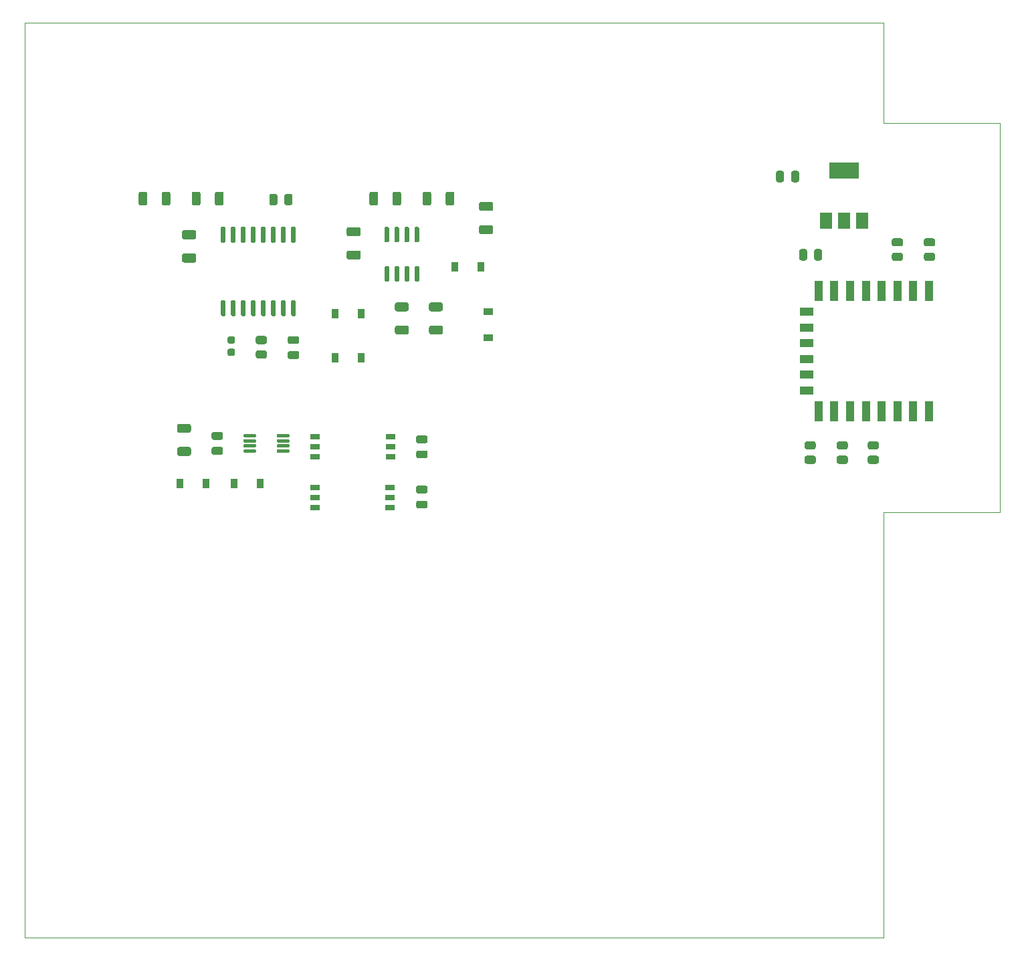
<source format=gbr>
%TF.GenerationSoftware,KiCad,Pcbnew,(5.1.7)-1*%
%TF.CreationDate,2020-12-23T12:42:28-08:00*%
%TF.ProjectId,Sine_Dimmer,53696e65-5f44-4696-9d6d-65722e6b6963,1.0*%
%TF.SameCoordinates,PX544c140PY8fe2f60*%
%TF.FileFunction,Paste,Top*%
%TF.FilePolarity,Positive*%
%FSLAX46Y46*%
G04 Gerber Fmt 4.6, Leading zero omitted, Abs format (unit mm)*
G04 Created by KiCad (PCBNEW (5.1.7)-1) date 2020-12-23 12:42:28*
%MOMM*%
%LPD*%
G01*
G04 APERTURE LIST*
%TA.AperFunction,Profile*%
%ADD10C,0.050000*%
%TD*%
%ADD11R,0.900000X1.200000*%
%ADD12R,1.200000X0.900000*%
%ADD13R,1.500000X2.000000*%
%ADD14R,3.800000X2.000000*%
%ADD15R,1.000000X2.500000*%
%ADD16R,1.800000X1.000000*%
%ADD17R,1.300000X0.800000*%
G04 APERTURE END LIST*
D10*
X0Y0D02*
X0Y115824000D01*
X108712000Y0D02*
X0Y0D01*
X108712000Y53848000D02*
X108712000Y0D01*
X108712000Y115824000D02*
X108712000Y103124000D01*
X0Y115824000D02*
X108712000Y115824000D01*
X123444000Y53848000D02*
X108712000Y53848000D01*
X123444000Y103124000D02*
X123444000Y53848000D01*
X108712000Y103124000D02*
X123444000Y103124000D01*
D11*
%TO.C,D6*%
X39276000Y73406000D03*
X42576000Y73406000D03*
%TD*%
D12*
%TO.C,D5*%
X58674000Y75979000D03*
X58674000Y79279000D03*
%TD*%
D11*
%TO.C,D4*%
X57752000Y84963000D03*
X54452000Y84963000D03*
%TD*%
%TO.C,D3*%
X39276000Y78994000D03*
X42576000Y78994000D03*
%TD*%
D13*
%TO.C,VR1*%
X101459000Y90830000D03*
X106059000Y90830000D03*
X103759000Y90830000D03*
D14*
X103759000Y97130000D03*
%TD*%
D15*
%TO.C,U6*%
X114498000Y66695000D03*
X112498000Y66695000D03*
X110498000Y66695000D03*
X108498000Y66695000D03*
X106498000Y66695000D03*
X104498000Y66695000D03*
X102498000Y66695000D03*
X100498000Y66695000D03*
D16*
X98998000Y69295000D03*
X98998000Y71295000D03*
X98998000Y73295000D03*
X98998000Y75295000D03*
X98998000Y77295000D03*
X98998000Y79295000D03*
D15*
X100498000Y81895000D03*
X102498000Y81895000D03*
X104498000Y81895000D03*
X106498000Y81895000D03*
X108498000Y81895000D03*
X110498000Y81895000D03*
X112498000Y81895000D03*
X114498000Y81895000D03*
%TD*%
%TO.C,U5*%
G36*
G01*
X25296000Y88002000D02*
X24996000Y88002000D01*
G75*
G02*
X24846000Y88152000I0J150000D01*
G01*
X24846000Y89902000D01*
G75*
G02*
X24996000Y90052000I150000J0D01*
G01*
X25296000Y90052000D01*
G75*
G02*
X25446000Y89902000I0J-150000D01*
G01*
X25446000Y88152000D01*
G75*
G02*
X25296000Y88002000I-150000J0D01*
G01*
G37*
G36*
G01*
X26566000Y88002000D02*
X26266000Y88002000D01*
G75*
G02*
X26116000Y88152000I0J150000D01*
G01*
X26116000Y89902000D01*
G75*
G02*
X26266000Y90052000I150000J0D01*
G01*
X26566000Y90052000D01*
G75*
G02*
X26716000Y89902000I0J-150000D01*
G01*
X26716000Y88152000D01*
G75*
G02*
X26566000Y88002000I-150000J0D01*
G01*
G37*
G36*
G01*
X27836000Y88002000D02*
X27536000Y88002000D01*
G75*
G02*
X27386000Y88152000I0J150000D01*
G01*
X27386000Y89902000D01*
G75*
G02*
X27536000Y90052000I150000J0D01*
G01*
X27836000Y90052000D01*
G75*
G02*
X27986000Y89902000I0J-150000D01*
G01*
X27986000Y88152000D01*
G75*
G02*
X27836000Y88002000I-150000J0D01*
G01*
G37*
G36*
G01*
X29106000Y88002000D02*
X28806000Y88002000D01*
G75*
G02*
X28656000Y88152000I0J150000D01*
G01*
X28656000Y89902000D01*
G75*
G02*
X28806000Y90052000I150000J0D01*
G01*
X29106000Y90052000D01*
G75*
G02*
X29256000Y89902000I0J-150000D01*
G01*
X29256000Y88152000D01*
G75*
G02*
X29106000Y88002000I-150000J0D01*
G01*
G37*
G36*
G01*
X30376000Y88002000D02*
X30076000Y88002000D01*
G75*
G02*
X29926000Y88152000I0J150000D01*
G01*
X29926000Y89902000D01*
G75*
G02*
X30076000Y90052000I150000J0D01*
G01*
X30376000Y90052000D01*
G75*
G02*
X30526000Y89902000I0J-150000D01*
G01*
X30526000Y88152000D01*
G75*
G02*
X30376000Y88002000I-150000J0D01*
G01*
G37*
G36*
G01*
X31646000Y88002000D02*
X31346000Y88002000D01*
G75*
G02*
X31196000Y88152000I0J150000D01*
G01*
X31196000Y89902000D01*
G75*
G02*
X31346000Y90052000I150000J0D01*
G01*
X31646000Y90052000D01*
G75*
G02*
X31796000Y89902000I0J-150000D01*
G01*
X31796000Y88152000D01*
G75*
G02*
X31646000Y88002000I-150000J0D01*
G01*
G37*
G36*
G01*
X32916000Y88002000D02*
X32616000Y88002000D01*
G75*
G02*
X32466000Y88152000I0J150000D01*
G01*
X32466000Y89902000D01*
G75*
G02*
X32616000Y90052000I150000J0D01*
G01*
X32916000Y90052000D01*
G75*
G02*
X33066000Y89902000I0J-150000D01*
G01*
X33066000Y88152000D01*
G75*
G02*
X32916000Y88002000I-150000J0D01*
G01*
G37*
G36*
G01*
X34186000Y88002000D02*
X33886000Y88002000D01*
G75*
G02*
X33736000Y88152000I0J150000D01*
G01*
X33736000Y89902000D01*
G75*
G02*
X33886000Y90052000I150000J0D01*
G01*
X34186000Y90052000D01*
G75*
G02*
X34336000Y89902000I0J-150000D01*
G01*
X34336000Y88152000D01*
G75*
G02*
X34186000Y88002000I-150000J0D01*
G01*
G37*
G36*
G01*
X34186000Y78702000D02*
X33886000Y78702000D01*
G75*
G02*
X33736000Y78852000I0J150000D01*
G01*
X33736000Y80602000D01*
G75*
G02*
X33886000Y80752000I150000J0D01*
G01*
X34186000Y80752000D01*
G75*
G02*
X34336000Y80602000I0J-150000D01*
G01*
X34336000Y78852000D01*
G75*
G02*
X34186000Y78702000I-150000J0D01*
G01*
G37*
G36*
G01*
X32916000Y78702000D02*
X32616000Y78702000D01*
G75*
G02*
X32466000Y78852000I0J150000D01*
G01*
X32466000Y80602000D01*
G75*
G02*
X32616000Y80752000I150000J0D01*
G01*
X32916000Y80752000D01*
G75*
G02*
X33066000Y80602000I0J-150000D01*
G01*
X33066000Y78852000D01*
G75*
G02*
X32916000Y78702000I-150000J0D01*
G01*
G37*
G36*
G01*
X31646000Y78702000D02*
X31346000Y78702000D01*
G75*
G02*
X31196000Y78852000I0J150000D01*
G01*
X31196000Y80602000D01*
G75*
G02*
X31346000Y80752000I150000J0D01*
G01*
X31646000Y80752000D01*
G75*
G02*
X31796000Y80602000I0J-150000D01*
G01*
X31796000Y78852000D01*
G75*
G02*
X31646000Y78702000I-150000J0D01*
G01*
G37*
G36*
G01*
X30376000Y78702000D02*
X30076000Y78702000D01*
G75*
G02*
X29926000Y78852000I0J150000D01*
G01*
X29926000Y80602000D01*
G75*
G02*
X30076000Y80752000I150000J0D01*
G01*
X30376000Y80752000D01*
G75*
G02*
X30526000Y80602000I0J-150000D01*
G01*
X30526000Y78852000D01*
G75*
G02*
X30376000Y78702000I-150000J0D01*
G01*
G37*
G36*
G01*
X29106000Y78702000D02*
X28806000Y78702000D01*
G75*
G02*
X28656000Y78852000I0J150000D01*
G01*
X28656000Y80602000D01*
G75*
G02*
X28806000Y80752000I150000J0D01*
G01*
X29106000Y80752000D01*
G75*
G02*
X29256000Y80602000I0J-150000D01*
G01*
X29256000Y78852000D01*
G75*
G02*
X29106000Y78702000I-150000J0D01*
G01*
G37*
G36*
G01*
X27836000Y78702000D02*
X27536000Y78702000D01*
G75*
G02*
X27386000Y78852000I0J150000D01*
G01*
X27386000Y80602000D01*
G75*
G02*
X27536000Y80752000I150000J0D01*
G01*
X27836000Y80752000D01*
G75*
G02*
X27986000Y80602000I0J-150000D01*
G01*
X27986000Y78852000D01*
G75*
G02*
X27836000Y78702000I-150000J0D01*
G01*
G37*
G36*
G01*
X26566000Y78702000D02*
X26266000Y78702000D01*
G75*
G02*
X26116000Y78852000I0J150000D01*
G01*
X26116000Y80602000D01*
G75*
G02*
X26266000Y80752000I150000J0D01*
G01*
X26566000Y80752000D01*
G75*
G02*
X26716000Y80602000I0J-150000D01*
G01*
X26716000Y78852000D01*
G75*
G02*
X26566000Y78702000I-150000J0D01*
G01*
G37*
G36*
G01*
X25296000Y78702000D02*
X24996000Y78702000D01*
G75*
G02*
X24846000Y78852000I0J150000D01*
G01*
X24846000Y80602000D01*
G75*
G02*
X24996000Y80752000I150000J0D01*
G01*
X25296000Y80752000D01*
G75*
G02*
X25446000Y80602000I0J-150000D01*
G01*
X25446000Y78852000D01*
G75*
G02*
X25296000Y78702000I-150000J0D01*
G01*
G37*
%TD*%
%TO.C,U4*%
G36*
G01*
X45997000Y88052000D02*
X45697000Y88052000D01*
G75*
G02*
X45547000Y88202000I0J150000D01*
G01*
X45547000Y89852000D01*
G75*
G02*
X45697000Y90002000I150000J0D01*
G01*
X45997000Y90002000D01*
G75*
G02*
X46147000Y89852000I0J-150000D01*
G01*
X46147000Y88202000D01*
G75*
G02*
X45997000Y88052000I-150000J0D01*
G01*
G37*
G36*
G01*
X47267000Y88052000D02*
X46967000Y88052000D01*
G75*
G02*
X46817000Y88202000I0J150000D01*
G01*
X46817000Y89852000D01*
G75*
G02*
X46967000Y90002000I150000J0D01*
G01*
X47267000Y90002000D01*
G75*
G02*
X47417000Y89852000I0J-150000D01*
G01*
X47417000Y88202000D01*
G75*
G02*
X47267000Y88052000I-150000J0D01*
G01*
G37*
G36*
G01*
X48537000Y88052000D02*
X48237000Y88052000D01*
G75*
G02*
X48087000Y88202000I0J150000D01*
G01*
X48087000Y89852000D01*
G75*
G02*
X48237000Y90002000I150000J0D01*
G01*
X48537000Y90002000D01*
G75*
G02*
X48687000Y89852000I0J-150000D01*
G01*
X48687000Y88202000D01*
G75*
G02*
X48537000Y88052000I-150000J0D01*
G01*
G37*
G36*
G01*
X49807000Y88052000D02*
X49507000Y88052000D01*
G75*
G02*
X49357000Y88202000I0J150000D01*
G01*
X49357000Y89852000D01*
G75*
G02*
X49507000Y90002000I150000J0D01*
G01*
X49807000Y90002000D01*
G75*
G02*
X49957000Y89852000I0J-150000D01*
G01*
X49957000Y88202000D01*
G75*
G02*
X49807000Y88052000I-150000J0D01*
G01*
G37*
G36*
G01*
X49807000Y83102000D02*
X49507000Y83102000D01*
G75*
G02*
X49357000Y83252000I0J150000D01*
G01*
X49357000Y84902000D01*
G75*
G02*
X49507000Y85052000I150000J0D01*
G01*
X49807000Y85052000D01*
G75*
G02*
X49957000Y84902000I0J-150000D01*
G01*
X49957000Y83252000D01*
G75*
G02*
X49807000Y83102000I-150000J0D01*
G01*
G37*
G36*
G01*
X48537000Y83102000D02*
X48237000Y83102000D01*
G75*
G02*
X48087000Y83252000I0J150000D01*
G01*
X48087000Y84902000D01*
G75*
G02*
X48237000Y85052000I150000J0D01*
G01*
X48537000Y85052000D01*
G75*
G02*
X48687000Y84902000I0J-150000D01*
G01*
X48687000Y83252000D01*
G75*
G02*
X48537000Y83102000I-150000J0D01*
G01*
G37*
G36*
G01*
X47267000Y83102000D02*
X46967000Y83102000D01*
G75*
G02*
X46817000Y83252000I0J150000D01*
G01*
X46817000Y84902000D01*
G75*
G02*
X46967000Y85052000I150000J0D01*
G01*
X47267000Y85052000D01*
G75*
G02*
X47417000Y84902000I0J-150000D01*
G01*
X47417000Y83252000D01*
G75*
G02*
X47267000Y83102000I-150000J0D01*
G01*
G37*
G36*
G01*
X45997000Y83102000D02*
X45697000Y83102000D01*
G75*
G02*
X45547000Y83252000I0J150000D01*
G01*
X45547000Y84902000D01*
G75*
G02*
X45697000Y85052000I150000J0D01*
G01*
X45997000Y85052000D01*
G75*
G02*
X46147000Y84902000I0J-150000D01*
G01*
X46147000Y83252000D01*
G75*
G02*
X45997000Y83102000I-150000J0D01*
G01*
G37*
%TD*%
D17*
%TO.C,U3*%
X46279000Y57023000D03*
X46279000Y55753000D03*
X46279000Y54483000D03*
X36779000Y54483000D03*
X36779000Y55753000D03*
X36779000Y57023000D03*
%TD*%
%TO.C,U2*%
X46305000Y63416000D03*
X46305000Y62146000D03*
X46305000Y60876000D03*
X36805000Y60876000D03*
X36805000Y62146000D03*
X36805000Y63416000D03*
%TD*%
%TO.C,U1*%
G36*
G01*
X31907000Y63486000D02*
X31907000Y63686000D01*
G75*
G02*
X32007000Y63786000I100000J0D01*
G01*
X33432000Y63786000D01*
G75*
G02*
X33532000Y63686000I0J-100000D01*
G01*
X33532000Y63486000D01*
G75*
G02*
X33432000Y63386000I-100000J0D01*
G01*
X32007000Y63386000D01*
G75*
G02*
X31907000Y63486000I0J100000D01*
G01*
G37*
G36*
G01*
X31907000Y62836000D02*
X31907000Y63036000D01*
G75*
G02*
X32007000Y63136000I100000J0D01*
G01*
X33432000Y63136000D01*
G75*
G02*
X33532000Y63036000I0J-100000D01*
G01*
X33532000Y62836000D01*
G75*
G02*
X33432000Y62736000I-100000J0D01*
G01*
X32007000Y62736000D01*
G75*
G02*
X31907000Y62836000I0J100000D01*
G01*
G37*
G36*
G01*
X31907000Y62186000D02*
X31907000Y62386000D01*
G75*
G02*
X32007000Y62486000I100000J0D01*
G01*
X33432000Y62486000D01*
G75*
G02*
X33532000Y62386000I0J-100000D01*
G01*
X33532000Y62186000D01*
G75*
G02*
X33432000Y62086000I-100000J0D01*
G01*
X32007000Y62086000D01*
G75*
G02*
X31907000Y62186000I0J100000D01*
G01*
G37*
G36*
G01*
X31907000Y61536000D02*
X31907000Y61736000D01*
G75*
G02*
X32007000Y61836000I100000J0D01*
G01*
X33432000Y61836000D01*
G75*
G02*
X33532000Y61736000I0J-100000D01*
G01*
X33532000Y61536000D01*
G75*
G02*
X33432000Y61436000I-100000J0D01*
G01*
X32007000Y61436000D01*
G75*
G02*
X31907000Y61536000I0J100000D01*
G01*
G37*
G36*
G01*
X27682000Y61536000D02*
X27682000Y61736000D01*
G75*
G02*
X27782000Y61836000I100000J0D01*
G01*
X29207000Y61836000D01*
G75*
G02*
X29307000Y61736000I0J-100000D01*
G01*
X29307000Y61536000D01*
G75*
G02*
X29207000Y61436000I-100000J0D01*
G01*
X27782000Y61436000D01*
G75*
G02*
X27682000Y61536000I0J100000D01*
G01*
G37*
G36*
G01*
X27682000Y62186000D02*
X27682000Y62386000D01*
G75*
G02*
X27782000Y62486000I100000J0D01*
G01*
X29207000Y62486000D01*
G75*
G02*
X29307000Y62386000I0J-100000D01*
G01*
X29307000Y62186000D01*
G75*
G02*
X29207000Y62086000I-100000J0D01*
G01*
X27782000Y62086000D01*
G75*
G02*
X27682000Y62186000I0J100000D01*
G01*
G37*
G36*
G01*
X27682000Y62836000D02*
X27682000Y63036000D01*
G75*
G02*
X27782000Y63136000I100000J0D01*
G01*
X29207000Y63136000D01*
G75*
G02*
X29307000Y63036000I0J-100000D01*
G01*
X29307000Y62836000D01*
G75*
G02*
X29207000Y62736000I-100000J0D01*
G01*
X27782000Y62736000D01*
G75*
G02*
X27682000Y62836000I0J100000D01*
G01*
G37*
G36*
G01*
X27682000Y63486000D02*
X27682000Y63686000D01*
G75*
G02*
X27782000Y63786000I100000J0D01*
G01*
X29207000Y63786000D01*
G75*
G02*
X29307000Y63686000I0J-100000D01*
G01*
X29307000Y63486000D01*
G75*
G02*
X29207000Y63386000I-100000J0D01*
G01*
X27782000Y63386000D01*
G75*
G02*
X27682000Y63486000I0J100000D01*
G01*
G37*
%TD*%
%TO.C,R13*%
G36*
G01*
X99891001Y61844500D02*
X98990999Y61844500D01*
G75*
G02*
X98741000Y62094499I0J249999D01*
G01*
X98741000Y62619501D01*
G75*
G02*
X98990999Y62869500I249999J0D01*
G01*
X99891001Y62869500D01*
G75*
G02*
X100141000Y62619501I0J-249999D01*
G01*
X100141000Y62094499D01*
G75*
G02*
X99891001Y61844500I-249999J0D01*
G01*
G37*
G36*
G01*
X99891001Y60019500D02*
X98990999Y60019500D01*
G75*
G02*
X98741000Y60269499I0J249999D01*
G01*
X98741000Y60794501D01*
G75*
G02*
X98990999Y61044500I249999J0D01*
G01*
X99891001Y61044500D01*
G75*
G02*
X100141000Y60794501I0J-249999D01*
G01*
X100141000Y60269499D01*
G75*
G02*
X99891001Y60019500I-249999J0D01*
G01*
G37*
%TD*%
%TO.C,R12*%
G36*
G01*
X103955001Y61844500D02*
X103054999Y61844500D01*
G75*
G02*
X102805000Y62094499I0J249999D01*
G01*
X102805000Y62619501D01*
G75*
G02*
X103054999Y62869500I249999J0D01*
G01*
X103955001Y62869500D01*
G75*
G02*
X104205000Y62619501I0J-249999D01*
G01*
X104205000Y62094499D01*
G75*
G02*
X103955001Y61844500I-249999J0D01*
G01*
G37*
G36*
G01*
X103955001Y60019500D02*
X103054999Y60019500D01*
G75*
G02*
X102805000Y60269499I0J249999D01*
G01*
X102805000Y60794501D01*
G75*
G02*
X103054999Y61044500I249999J0D01*
G01*
X103955001Y61044500D01*
G75*
G02*
X104205000Y60794501I0J-249999D01*
G01*
X104205000Y60269499D01*
G75*
G02*
X103955001Y60019500I-249999J0D01*
G01*
G37*
%TD*%
%TO.C,R11*%
G36*
G01*
X107892001Y61844500D02*
X106991999Y61844500D01*
G75*
G02*
X106742000Y62094499I0J249999D01*
G01*
X106742000Y62619501D01*
G75*
G02*
X106991999Y62869500I249999J0D01*
G01*
X107892001Y62869500D01*
G75*
G02*
X108142000Y62619501I0J-249999D01*
G01*
X108142000Y62094499D01*
G75*
G02*
X107892001Y61844500I-249999J0D01*
G01*
G37*
G36*
G01*
X107892001Y60019500D02*
X106991999Y60019500D01*
G75*
G02*
X106742000Y60269499I0J249999D01*
G01*
X106742000Y60794501D01*
G75*
G02*
X106991999Y61044500I249999J0D01*
G01*
X107892001Y61044500D01*
G75*
G02*
X108142000Y60794501I0J-249999D01*
G01*
X108142000Y60269499D01*
G75*
G02*
X107892001Y60019500I-249999J0D01*
G01*
G37*
%TD*%
%TO.C,R10*%
G36*
G01*
X110940001Y87545500D02*
X110039999Y87545500D01*
G75*
G02*
X109790000Y87795499I0J249999D01*
G01*
X109790000Y88320501D01*
G75*
G02*
X110039999Y88570500I249999J0D01*
G01*
X110940001Y88570500D01*
G75*
G02*
X111190000Y88320501I0J-249999D01*
G01*
X111190000Y87795499D01*
G75*
G02*
X110940001Y87545500I-249999J0D01*
G01*
G37*
G36*
G01*
X110940001Y85720500D02*
X110039999Y85720500D01*
G75*
G02*
X109790000Y85970499I0J249999D01*
G01*
X109790000Y86495501D01*
G75*
G02*
X110039999Y86745500I249999J0D01*
G01*
X110940001Y86745500D01*
G75*
G02*
X111190000Y86495501I0J-249999D01*
G01*
X111190000Y85970499D01*
G75*
G02*
X110940001Y85720500I-249999J0D01*
G01*
G37*
%TD*%
%TO.C,R9*%
G36*
G01*
X115004001Y87545500D02*
X114103999Y87545500D01*
G75*
G02*
X113854000Y87795499I0J249999D01*
G01*
X113854000Y88320501D01*
G75*
G02*
X114103999Y88570500I249999J0D01*
G01*
X115004001Y88570500D01*
G75*
G02*
X115254000Y88320501I0J-249999D01*
G01*
X115254000Y87795499D01*
G75*
G02*
X115004001Y87545500I-249999J0D01*
G01*
G37*
G36*
G01*
X115004001Y85720500D02*
X114103999Y85720500D01*
G75*
G02*
X113854000Y85970499I0J249999D01*
G01*
X113854000Y86495501D01*
G75*
G02*
X114103999Y86745500I249999J0D01*
G01*
X115004001Y86745500D01*
G75*
G02*
X115254000Y86495501I0J-249999D01*
G01*
X115254000Y85970499D01*
G75*
G02*
X115004001Y85720500I-249999J0D01*
G01*
G37*
%TD*%
%TO.C,R8*%
G36*
G01*
X51489500Y94224001D02*
X51489500Y92973999D01*
G75*
G02*
X51239501Y92724000I-249999J0D01*
G01*
X50614499Y92724000D01*
G75*
G02*
X50364500Y92973999I0J249999D01*
G01*
X50364500Y94224001D01*
G75*
G02*
X50614499Y94474000I249999J0D01*
G01*
X51239501Y94474000D01*
G75*
G02*
X51489500Y94224001I0J-249999D01*
G01*
G37*
G36*
G01*
X54414500Y94224001D02*
X54414500Y92973999D01*
G75*
G02*
X54164501Y92724000I-249999J0D01*
G01*
X53539499Y92724000D01*
G75*
G02*
X53289500Y92973999I0J249999D01*
G01*
X53289500Y94224001D01*
G75*
G02*
X53539499Y94474000I249999J0D01*
G01*
X54164501Y94474000D01*
G75*
G02*
X54414500Y94224001I0J-249999D01*
G01*
G37*
%TD*%
%TO.C,R7*%
G36*
G01*
X46558500Y92973999D02*
X46558500Y94224001D01*
G75*
G02*
X46808499Y94474000I249999J0D01*
G01*
X47433501Y94474000D01*
G75*
G02*
X47683500Y94224001I0J-249999D01*
G01*
X47683500Y92973999D01*
G75*
G02*
X47433501Y92724000I-249999J0D01*
G01*
X46808499Y92724000D01*
G75*
G02*
X46558500Y92973999I0J249999D01*
G01*
G37*
G36*
G01*
X43633500Y92973999D02*
X43633500Y94224001D01*
G75*
G02*
X43883499Y94474000I249999J0D01*
G01*
X44508501Y94474000D01*
G75*
G02*
X44758500Y94224001I0J-249999D01*
G01*
X44758500Y92973999D01*
G75*
G02*
X44508501Y92724000I-249999J0D01*
G01*
X43883499Y92724000D01*
G75*
G02*
X43633500Y92973999I0J249999D01*
G01*
G37*
%TD*%
%TO.C,R6*%
G36*
G01*
X22275500Y94224001D02*
X22275500Y92973999D01*
G75*
G02*
X22025501Y92724000I-249999J0D01*
G01*
X21400499Y92724000D01*
G75*
G02*
X21150500Y92973999I0J249999D01*
G01*
X21150500Y94224001D01*
G75*
G02*
X21400499Y94474000I249999J0D01*
G01*
X22025501Y94474000D01*
G75*
G02*
X22275500Y94224001I0J-249999D01*
G01*
G37*
G36*
G01*
X25200500Y94224001D02*
X25200500Y92973999D01*
G75*
G02*
X24950501Y92724000I-249999J0D01*
G01*
X24325499Y92724000D01*
G75*
G02*
X24075500Y92973999I0J249999D01*
G01*
X24075500Y94224001D01*
G75*
G02*
X24325499Y94474000I249999J0D01*
G01*
X24950501Y94474000D01*
G75*
G02*
X25200500Y94224001I0J-249999D01*
G01*
G37*
%TD*%
%TO.C,R5*%
G36*
G01*
X17344500Y92973999D02*
X17344500Y94224001D01*
G75*
G02*
X17594499Y94474000I249999J0D01*
G01*
X18219501Y94474000D01*
G75*
G02*
X18469500Y94224001I0J-249999D01*
G01*
X18469500Y92973999D01*
G75*
G02*
X18219501Y92724000I-249999J0D01*
G01*
X17594499Y92724000D01*
G75*
G02*
X17344500Y92973999I0J249999D01*
G01*
G37*
G36*
G01*
X14419500Y92973999D02*
X14419500Y94224001D01*
G75*
G02*
X14669499Y94474000I249999J0D01*
G01*
X15294501Y94474000D01*
G75*
G02*
X15544500Y94224001I0J-249999D01*
G01*
X15544500Y92973999D01*
G75*
G02*
X15294501Y92724000I-249999J0D01*
G01*
X14669499Y92724000D01*
G75*
G02*
X14419500Y92973999I0J249999D01*
G01*
G37*
%TD*%
%TO.C,R4*%
G36*
G01*
X51444999Y77520500D02*
X52695001Y77520500D01*
G75*
G02*
X52945000Y77270501I0J-249999D01*
G01*
X52945000Y76645499D01*
G75*
G02*
X52695001Y76395500I-249999J0D01*
G01*
X51444999Y76395500D01*
G75*
G02*
X51195000Y76645499I0J249999D01*
G01*
X51195000Y77270501D01*
G75*
G02*
X51444999Y77520500I249999J0D01*
G01*
G37*
G36*
G01*
X51444999Y80445500D02*
X52695001Y80445500D01*
G75*
G02*
X52945000Y80195501I0J-249999D01*
G01*
X52945000Y79570499D01*
G75*
G02*
X52695001Y79320500I-249999J0D01*
G01*
X51444999Y79320500D01*
G75*
G02*
X51195000Y79570499I0J249999D01*
G01*
X51195000Y80195501D01*
G75*
G02*
X51444999Y80445500I249999J0D01*
G01*
G37*
%TD*%
%TO.C,R3*%
G36*
G01*
X47126999Y77520500D02*
X48377001Y77520500D01*
G75*
G02*
X48627000Y77270501I0J-249999D01*
G01*
X48627000Y76645499D01*
G75*
G02*
X48377001Y76395500I-249999J0D01*
G01*
X47126999Y76395500D01*
G75*
G02*
X46877000Y76645499I0J249999D01*
G01*
X46877000Y77270501D01*
G75*
G02*
X47126999Y77520500I249999J0D01*
G01*
G37*
G36*
G01*
X47126999Y80445500D02*
X48377001Y80445500D01*
G75*
G02*
X48627000Y80195501I0J-249999D01*
G01*
X48627000Y79570499D01*
G75*
G02*
X48377001Y79320500I-249999J0D01*
G01*
X47126999Y79320500D01*
G75*
G02*
X46877000Y79570499I0J249999D01*
G01*
X46877000Y80195501D01*
G75*
G02*
X47126999Y80445500I249999J0D01*
G01*
G37*
%TD*%
%TO.C,R2*%
G36*
G01*
X29521999Y74379500D02*
X30422001Y74379500D01*
G75*
G02*
X30672000Y74129501I0J-249999D01*
G01*
X30672000Y73604499D01*
G75*
G02*
X30422001Y73354500I-249999J0D01*
G01*
X29521999Y73354500D01*
G75*
G02*
X29272000Y73604499I0J249999D01*
G01*
X29272000Y74129501D01*
G75*
G02*
X29521999Y74379500I249999J0D01*
G01*
G37*
G36*
G01*
X29521999Y76204500D02*
X30422001Y76204500D01*
G75*
G02*
X30672000Y75954501I0J-249999D01*
G01*
X30672000Y75429499D01*
G75*
G02*
X30422001Y75179500I-249999J0D01*
G01*
X29521999Y75179500D01*
G75*
G02*
X29272000Y75429499I0J249999D01*
G01*
X29272000Y75954501D01*
G75*
G02*
X29521999Y76204500I249999J0D01*
G01*
G37*
%TD*%
%TO.C,R1*%
G36*
G01*
X20818001Y63953500D02*
X19567999Y63953500D01*
G75*
G02*
X19318000Y64203499I0J249999D01*
G01*
X19318000Y64828501D01*
G75*
G02*
X19567999Y65078500I249999J0D01*
G01*
X20818001Y65078500D01*
G75*
G02*
X21068000Y64828501I0J-249999D01*
G01*
X21068000Y64203499D01*
G75*
G02*
X20818001Y63953500I-249999J0D01*
G01*
G37*
G36*
G01*
X20818001Y61028500D02*
X19567999Y61028500D01*
G75*
G02*
X19318000Y61278499I0J249999D01*
G01*
X19318000Y61903501D01*
G75*
G02*
X19567999Y62153500I249999J0D01*
G01*
X20818001Y62153500D01*
G75*
G02*
X21068000Y61903501I0J-249999D01*
G01*
X21068000Y61278499D01*
G75*
G02*
X20818001Y61028500I-249999J0D01*
G01*
G37*
%TD*%
D11*
%TO.C,D2*%
X29844000Y57531000D03*
X26544000Y57531000D03*
%TD*%
%TO.C,D1*%
X19686000Y57531000D03*
X22986000Y57531000D03*
%TD*%
%TO.C,C12*%
G36*
G01*
X57769999Y90237000D02*
X59070001Y90237000D01*
G75*
G02*
X59320000Y89987001I0J-249999D01*
G01*
X59320000Y89336999D01*
G75*
G02*
X59070001Y89087000I-249999J0D01*
G01*
X57769999Y89087000D01*
G75*
G02*
X57520000Y89336999I0J249999D01*
G01*
X57520000Y89987001D01*
G75*
G02*
X57769999Y90237000I249999J0D01*
G01*
G37*
G36*
G01*
X57769999Y93187000D02*
X59070001Y93187000D01*
G75*
G02*
X59320000Y92937001I0J-249999D01*
G01*
X59320000Y92286999D01*
G75*
G02*
X59070001Y92037000I-249999J0D01*
G01*
X57769999Y92037000D01*
G75*
G02*
X57520000Y92286999I0J249999D01*
G01*
X57520000Y92937001D01*
G75*
G02*
X57769999Y93187000I249999J0D01*
G01*
G37*
%TD*%
%TO.C,C11*%
G36*
G01*
X99057000Y86962000D02*
X99057000Y86012000D01*
G75*
G02*
X98807000Y85762000I-250000J0D01*
G01*
X98307000Y85762000D01*
G75*
G02*
X98057000Y86012000I0J250000D01*
G01*
X98057000Y86962000D01*
G75*
G02*
X98307000Y87212000I250000J0D01*
G01*
X98807000Y87212000D01*
G75*
G02*
X99057000Y86962000I0J-250000D01*
G01*
G37*
G36*
G01*
X100957000Y86962000D02*
X100957000Y86012000D01*
G75*
G02*
X100707000Y85762000I-250000J0D01*
G01*
X100207000Y85762000D01*
G75*
G02*
X99957000Y86012000I0J250000D01*
G01*
X99957000Y86962000D01*
G75*
G02*
X100207000Y87212000I250000J0D01*
G01*
X100707000Y87212000D01*
G75*
G02*
X100957000Y86962000I0J-250000D01*
G01*
G37*
%TD*%
%TO.C,C10*%
G36*
G01*
X96136000Y96868000D02*
X96136000Y95918000D01*
G75*
G02*
X95886000Y95668000I-250000J0D01*
G01*
X95386000Y95668000D01*
G75*
G02*
X95136000Y95918000I0J250000D01*
G01*
X95136000Y96868000D01*
G75*
G02*
X95386000Y97118000I250000J0D01*
G01*
X95886000Y97118000D01*
G75*
G02*
X96136000Y96868000I0J-250000D01*
G01*
G37*
G36*
G01*
X98036000Y96868000D02*
X98036000Y95918000D01*
G75*
G02*
X97786000Y95668000I-250000J0D01*
G01*
X97286000Y95668000D01*
G75*
G02*
X97036000Y95918000I0J250000D01*
G01*
X97036000Y96868000D01*
G75*
G02*
X97286000Y97118000I250000J0D01*
G01*
X97786000Y97118000D01*
G75*
G02*
X98036000Y96868000I0J-250000D01*
G01*
G37*
%TD*%
%TO.C,C9*%
G36*
G01*
X49817000Y55364000D02*
X50767000Y55364000D01*
G75*
G02*
X51017000Y55114000I0J-250000D01*
G01*
X51017000Y54614000D01*
G75*
G02*
X50767000Y54364000I-250000J0D01*
G01*
X49817000Y54364000D01*
G75*
G02*
X49567000Y54614000I0J250000D01*
G01*
X49567000Y55114000D01*
G75*
G02*
X49817000Y55364000I250000J0D01*
G01*
G37*
G36*
G01*
X49817000Y57264000D02*
X50767000Y57264000D01*
G75*
G02*
X51017000Y57014000I0J-250000D01*
G01*
X51017000Y56514000D01*
G75*
G02*
X50767000Y56264000I-250000J0D01*
G01*
X49817000Y56264000D01*
G75*
G02*
X49567000Y56514000I0J250000D01*
G01*
X49567000Y57014000D01*
G75*
G02*
X49817000Y57264000I250000J0D01*
G01*
G37*
%TD*%
%TO.C,C8*%
G36*
G01*
X50767000Y62619000D02*
X49817000Y62619000D01*
G75*
G02*
X49567000Y62869000I0J250000D01*
G01*
X49567000Y63369000D01*
G75*
G02*
X49817000Y63619000I250000J0D01*
G01*
X50767000Y63619000D01*
G75*
G02*
X51017000Y63369000I0J-250000D01*
G01*
X51017000Y62869000D01*
G75*
G02*
X50767000Y62619000I-250000J0D01*
G01*
G37*
G36*
G01*
X50767000Y60719000D02*
X49817000Y60719000D01*
G75*
G02*
X49567000Y60969000I0J250000D01*
G01*
X49567000Y61469000D01*
G75*
G02*
X49817000Y61719000I250000J0D01*
G01*
X50767000Y61719000D01*
G75*
G02*
X51017000Y61469000I0J-250000D01*
G01*
X51017000Y60969000D01*
G75*
G02*
X50767000Y60719000I-250000J0D01*
G01*
G37*
%TD*%
%TO.C,C7*%
G36*
G01*
X25912000Y74592000D02*
X26412000Y74592000D01*
G75*
G02*
X26637000Y74367000I0J-225000D01*
G01*
X26637000Y73917000D01*
G75*
G02*
X26412000Y73692000I-225000J0D01*
G01*
X25912000Y73692000D01*
G75*
G02*
X25687000Y73917000I0J225000D01*
G01*
X25687000Y74367000D01*
G75*
G02*
X25912000Y74592000I225000J0D01*
G01*
G37*
G36*
G01*
X25912000Y76142000D02*
X26412000Y76142000D01*
G75*
G02*
X26637000Y75917000I0J-225000D01*
G01*
X26637000Y75467000D01*
G75*
G02*
X26412000Y75242000I-225000J0D01*
G01*
X25912000Y75242000D01*
G75*
G02*
X25687000Y75467000I0J225000D01*
G01*
X25687000Y75917000D01*
G75*
G02*
X25912000Y76142000I225000J0D01*
G01*
G37*
%TD*%
%TO.C,C6*%
G36*
G01*
X31996000Y93947000D02*
X31996000Y92997000D01*
G75*
G02*
X31746000Y92747000I-250000J0D01*
G01*
X31246000Y92747000D01*
G75*
G02*
X30996000Y92997000I0J250000D01*
G01*
X30996000Y93947000D01*
G75*
G02*
X31246000Y94197000I250000J0D01*
G01*
X31746000Y94197000D01*
G75*
G02*
X31996000Y93947000I0J-250000D01*
G01*
G37*
G36*
G01*
X33896000Y93947000D02*
X33896000Y92997000D01*
G75*
G02*
X33646000Y92747000I-250000J0D01*
G01*
X33146000Y92747000D01*
G75*
G02*
X32896000Y92997000I0J250000D01*
G01*
X32896000Y93947000D01*
G75*
G02*
X33146000Y94197000I250000J0D01*
G01*
X33646000Y94197000D01*
G75*
G02*
X33896000Y93947000I0J-250000D01*
G01*
G37*
%TD*%
%TO.C,C5*%
G36*
G01*
X34511000Y75192000D02*
X33561000Y75192000D01*
G75*
G02*
X33311000Y75442000I0J250000D01*
G01*
X33311000Y75942000D01*
G75*
G02*
X33561000Y76192000I250000J0D01*
G01*
X34511000Y76192000D01*
G75*
G02*
X34761000Y75942000I0J-250000D01*
G01*
X34761000Y75442000D01*
G75*
G02*
X34511000Y75192000I-250000J0D01*
G01*
G37*
G36*
G01*
X34511000Y73292000D02*
X33561000Y73292000D01*
G75*
G02*
X33311000Y73542000I0J250000D01*
G01*
X33311000Y74042000D01*
G75*
G02*
X33561000Y74292000I250000J0D01*
G01*
X34511000Y74292000D01*
G75*
G02*
X34761000Y74042000I0J-250000D01*
G01*
X34761000Y73542000D01*
G75*
G02*
X34511000Y73292000I-250000J0D01*
G01*
G37*
%TD*%
%TO.C,C4*%
G36*
G01*
X42306001Y88833000D02*
X41005999Y88833000D01*
G75*
G02*
X40756000Y89082999I0J249999D01*
G01*
X40756000Y89733001D01*
G75*
G02*
X41005999Y89983000I249999J0D01*
G01*
X42306001Y89983000D01*
G75*
G02*
X42556000Y89733001I0J-249999D01*
G01*
X42556000Y89082999D01*
G75*
G02*
X42306001Y88833000I-249999J0D01*
G01*
G37*
G36*
G01*
X42306001Y85883000D02*
X41005999Y85883000D01*
G75*
G02*
X40756000Y86132999I0J249999D01*
G01*
X40756000Y86783001D01*
G75*
G02*
X41005999Y87033000I249999J0D01*
G01*
X42306001Y87033000D01*
G75*
G02*
X42556000Y86783001I0J-249999D01*
G01*
X42556000Y86132999D01*
G75*
G02*
X42306001Y85883000I-249999J0D01*
G01*
G37*
%TD*%
%TO.C,C3*%
G36*
G01*
X21478001Y88452000D02*
X20177999Y88452000D01*
G75*
G02*
X19928000Y88701999I0J249999D01*
G01*
X19928000Y89352001D01*
G75*
G02*
X20177999Y89602000I249999J0D01*
G01*
X21478001Y89602000D01*
G75*
G02*
X21728000Y89352001I0J-249999D01*
G01*
X21728000Y88701999D01*
G75*
G02*
X21478001Y88452000I-249999J0D01*
G01*
G37*
G36*
G01*
X21478001Y85502000D02*
X20177999Y85502000D01*
G75*
G02*
X19928000Y85751999I0J249999D01*
G01*
X19928000Y86402001D01*
G75*
G02*
X20177999Y86652000I249999J0D01*
G01*
X21478001Y86652000D01*
G75*
G02*
X21728000Y86402001I0J-249999D01*
G01*
X21728000Y85751999D01*
G75*
G02*
X21478001Y85502000I-249999J0D01*
G01*
G37*
%TD*%
%TO.C,C1*%
G36*
G01*
X24859000Y63061000D02*
X23909000Y63061000D01*
G75*
G02*
X23659000Y63311000I0J250000D01*
G01*
X23659000Y63811000D01*
G75*
G02*
X23909000Y64061000I250000J0D01*
G01*
X24859000Y64061000D01*
G75*
G02*
X25109000Y63811000I0J-250000D01*
G01*
X25109000Y63311000D01*
G75*
G02*
X24859000Y63061000I-250000J0D01*
G01*
G37*
G36*
G01*
X24859000Y61161000D02*
X23909000Y61161000D01*
G75*
G02*
X23659000Y61411000I0J250000D01*
G01*
X23659000Y61911000D01*
G75*
G02*
X23909000Y62161000I250000J0D01*
G01*
X24859000Y62161000D01*
G75*
G02*
X25109000Y61911000I0J-250000D01*
G01*
X25109000Y61411000D01*
G75*
G02*
X24859000Y61161000I-250000J0D01*
G01*
G37*
%TD*%
M02*

</source>
